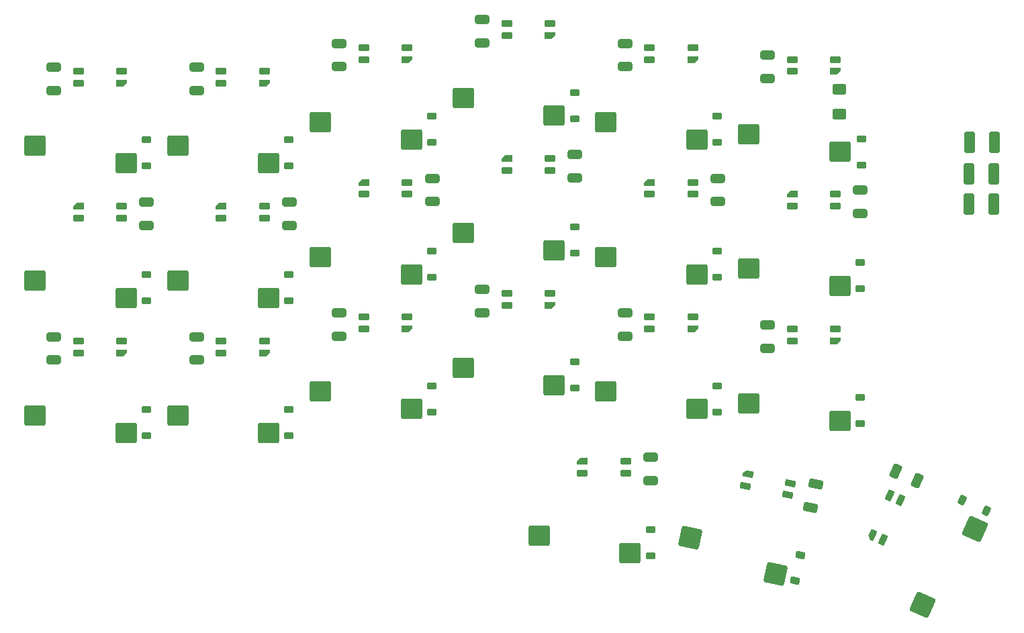
<source format=gbp>
%TF.GenerationSoftware,KiCad,Pcbnew,9.0.5*%
%TF.CreationDate,2025-11-02T20:14:42+07:00*%
%TF.ProjectId,moon_knight_v1,6d6f6f6e-5f6b-46e6-9967-68745f76312e,rev?*%
%TF.SameCoordinates,Original*%
%TF.FileFunction,Paste,Bot*%
%TF.FilePolarity,Positive*%
%FSLAX46Y46*%
G04 Gerber Fmt 4.6, Leading zero omitted, Abs format (unit mm)*
G04 Created by KiCad (PCBNEW 9.0.5) date 2025-11-02 20:14:42*
%MOMM*%
%LPD*%
G01*
G04 APERTURE LIST*
G04 Aperture macros list*
%AMRoundRect*
0 Rectangle with rounded corners*
0 $1 Rounding radius*
0 $2 $3 $4 $5 $6 $7 $8 $9 X,Y pos of 4 corners*
0 Add a 4 corners polygon primitive as box body*
4,1,4,$2,$3,$4,$5,$6,$7,$8,$9,$2,$3,0*
0 Add four circle primitives for the rounded corners*
1,1,$1+$1,$2,$3*
1,1,$1+$1,$4,$5*
1,1,$1+$1,$6,$7*
1,1,$1+$1,$8,$9*
0 Add four rect primitives between the rounded corners*
20,1,$1+$1,$2,$3,$4,$5,0*
20,1,$1+$1,$4,$5,$6,$7,0*
20,1,$1+$1,$6,$7,$8,$9,0*
20,1,$1+$1,$8,$9,$2,$3,0*%
%AMFreePoly0*
4,1,18,-0.410000,0.593000,-0.403758,0.624380,-0.385983,0.650983,-0.359380,0.668758,-0.328000,0.675000,0.328000,0.675000,0.359380,0.668758,0.385983,0.650983,0.403758,0.624380,0.410000,0.593000,0.410000,-0.593000,0.403758,-0.624380,0.385983,-0.650983,0.359380,-0.668758,0.328000,-0.675000,0.000000,-0.675000,-0.410000,-0.265000,-0.410000,0.593000,-0.410000,0.593000,$1*%
G04 Aperture macros list end*
%ADD10RoundRect,0.250000X-0.650000X0.325000X-0.650000X-0.325000X0.650000X-0.325000X0.650000X0.325000X0*%
%ADD11RoundRect,0.225000X-0.375000X0.225000X-0.375000X-0.225000X0.375000X-0.225000X0.375000X0.225000X0*%
%ADD12RoundRect,0.260000X1.065000X1.040000X-1.065000X1.040000X-1.065000X-1.040000X1.065000X-1.040000X0*%
%ADD13RoundRect,0.225000X-0.358074X-0.251064X0.053021X-0.434095X0.358074X0.251064X-0.053021X0.434095X0*%
%ADD14RoundRect,0.260000X1.257955X0.795848X-0.825499X1.238699X-1.257955X-0.795848X0.825499X-1.238699X0*%
%ADD15RoundRect,0.082000X-0.593000X0.328000X-0.593000X-0.328000X0.593000X-0.328000X0.593000X0.328000X0*%
%ADD16FreePoly0,270.000000*%
%ADD17RoundRect,0.082000X0.593000X-0.328000X0.593000X0.328000X-0.593000X0.328000X-0.593000X-0.328000X0*%
%ADD18FreePoly0,90.000000*%
%ADD19RoundRect,0.082000X-0.511846X0.444124X-0.648237X-0.197541X0.511846X-0.444124X0.648237X0.197541X0*%
%ADD20FreePoly0,258.000000*%
%ADD21RoundRect,0.250000X-0.568225X0.453041X-0.703367X-0.182755X0.568225X-0.453041X0.703367X0.182755X0*%
%ADD22RoundRect,0.250000X0.412500X1.100000X-0.412500X1.100000X-0.412500X-1.100000X0.412500X-1.100000X0*%
%ADD23RoundRect,0.250000X0.625000X-0.400000X0.625000X0.400000X-0.625000X0.400000X-0.625000X-0.400000X0*%
%ADD24RoundRect,0.082000X-0.540838X-0.408323X0.058448X-0.675142X0.540838X0.408323X-0.058448X0.675142X0*%
%ADD25FreePoly0,336.000000*%
%ADD26RoundRect,0.250000X-0.561281X-0.461615X0.032523X-0.725994X0.561281X0.461615X-0.032523X0.725994X0*%
%ADD27RoundRect,0.260000X-0.516913X1.395932X-1.383262X-0.549920X0.516913X-1.395932X1.383262X0.549920X0*%
%ADD28RoundRect,0.225000X-0.320025X0.298050X-0.413585X-0.142116X0.320025X-0.298050X0.413585X0.142116X0*%
G04 APERTURE END LIST*
D10*
%TO.C,C4*%
X56521190Y-44640000D03*
X56521190Y-47590000D03*
%TD*%
D11*
%TO.C,D14*%
X104181190Y-87815000D03*
X104181190Y-91115000D03*
%TD*%
%TO.C,D1*%
X122371190Y-56715000D03*
X122371190Y-60015000D03*
%TD*%
D12*
%TO.C,CH3*%
X72136190Y-51565000D03*
X83626190Y-53765000D03*
%TD*%
D13*
%TO.C,D21*%
X135078078Y-102272267D03*
X138092778Y-103614497D03*
%TD*%
D11*
%TO.C,D17*%
X50181190Y-90815000D03*
X50181190Y-94115000D03*
%TD*%
D10*
%TO.C,C13*%
X110521190Y-80140000D03*
X110521190Y-83090000D03*
%TD*%
%TO.C,C6*%
X20521190Y-47640000D03*
X20521190Y-50590000D03*
%TD*%
%TO.C,C11*%
X104231190Y-61650000D03*
X104231190Y-64600000D03*
%TD*%
D11*
%TO.C,D6*%
X32181190Y-56815000D03*
X32181190Y-60115000D03*
%TD*%
D12*
%TO.C,CH4*%
X54136190Y-54565000D03*
X65626190Y-56765000D03*
%TD*%
%TO.C,CH1*%
X108136190Y-56065000D03*
X119626190Y-58265000D03*
%TD*%
D10*
%TO.C,C17*%
X38521190Y-81640000D03*
X38521190Y-84590000D03*
%TD*%
%TO.C,C1*%
X110521190Y-46140000D03*
X110521190Y-49090000D03*
%TD*%
D11*
%TO.C,D5*%
X50181190Y-56815000D03*
X50181190Y-60115000D03*
%TD*%
D14*
%TO.C,CH20*%
X100743360Y-107023794D03*
X111524870Y-111564624D03*
%TD*%
D15*
%TO.C,LED12*%
X119071190Y-65175000D03*
X119071190Y-63675000D03*
X113621190Y-65175000D03*
D16*
X113621190Y-63675000D03*
%TD*%
D12*
%TO.C,CH6*%
X18136190Y-57565000D03*
X29626190Y-59765000D03*
%TD*%
D17*
%TO.C,LED6*%
X23621190Y-48175000D03*
X23621190Y-49675000D03*
X29071190Y-48175000D03*
D18*
X29071190Y-49675000D03*
%TD*%
D11*
%TO.C,D18*%
X32181190Y-90815000D03*
X32181190Y-94115000D03*
%TD*%
D19*
%TO.C,LED20*%
X113079828Y-101579725D03*
X113391696Y-100112504D03*
X107748924Y-100446606D03*
D20*
X108060792Y-98979385D03*
%TD*%
D11*
%TO.C,D16*%
X68181190Y-87815000D03*
X68181190Y-91115000D03*
%TD*%
%TO.C,D3*%
X86181190Y-50815000D03*
X86181190Y-54115000D03*
%TD*%
D10*
%TO.C,C10*%
X86231190Y-58650000D03*
X86231190Y-61600000D03*
%TD*%
D11*
%TO.C,D10*%
X86181190Y-67815000D03*
X86181190Y-71115000D03*
%TD*%
D12*
%TO.C,CH17*%
X36136190Y-91565000D03*
X47626190Y-93765000D03*
%TD*%
%TO.C,CH2*%
X90136190Y-54565000D03*
X101626190Y-56765000D03*
%TD*%
D17*
%TO.C,LED5*%
X41621190Y-48175000D03*
X41621190Y-49675000D03*
X47071190Y-48175000D03*
D18*
X47071190Y-49675000D03*
%TD*%
D10*
%TO.C,C15*%
X74521190Y-75640000D03*
X74521190Y-78590000D03*
%TD*%
D11*
%TO.C,D9*%
X68181190Y-70815000D03*
X68181190Y-74115000D03*
%TD*%
D21*
%TO.C,C20*%
X116567860Y-100252232D03*
X115954520Y-103137768D03*
%TD*%
D10*
%TO.C,C8*%
X50221190Y-64640000D03*
X50221190Y-67590000D03*
%TD*%
D17*
%TO.C,LED13*%
X113621190Y-80675000D03*
X113621190Y-82175000D03*
X119071190Y-80675000D03*
D18*
X119071190Y-82175000D03*
%TD*%
D22*
%TO.C,C24*%
X139043690Y-64925000D03*
X135918690Y-64925000D03*
%TD*%
%TO.C,C23*%
X139073690Y-61085000D03*
X135948690Y-61085000D03*
%TD*%
D11*
%TO.C,D4*%
X68181190Y-53815000D03*
X68181190Y-57115000D03*
%TD*%
D12*
%TO.C,CH14*%
X90136190Y-88565000D03*
X101626190Y-90765000D03*
%TD*%
D10*
%TO.C,C5*%
X38521190Y-47640000D03*
X38521190Y-50590000D03*
%TD*%
D12*
%TO.C,CH12*%
X108136190Y-73065000D03*
X119626190Y-75265000D03*
%TD*%
D17*
%TO.C,LED2*%
X95621190Y-45175000D03*
X95621190Y-46675000D03*
X101071190Y-45175000D03*
D18*
X101071190Y-46675000D03*
%TD*%
D11*
%TO.C,D12*%
X122181190Y-72315000D03*
X122181190Y-75615000D03*
%TD*%
D17*
%TO.C,LED14*%
X95621190Y-79175000D03*
X95621190Y-80675000D03*
X101071190Y-79175000D03*
D18*
X101071190Y-80675000D03*
%TD*%
D12*
%TO.C,CH18*%
X18136190Y-91565000D03*
X29626190Y-93765000D03*
%TD*%
%TO.C,CH10*%
X72136190Y-68565000D03*
X83626190Y-70765000D03*
%TD*%
D23*
%TO.C,R3*%
X119531190Y-53565000D03*
X119531190Y-50465000D03*
%TD*%
D11*
%TO.C,D2*%
X104181190Y-53815000D03*
X104181190Y-57115000D03*
%TD*%
D17*
%TO.C,LED15*%
X77621190Y-76175000D03*
X77621190Y-77675000D03*
X83071190Y-76175000D03*
D18*
X83071190Y-77675000D03*
%TD*%
D11*
%TO.C,D15*%
X86181190Y-84815000D03*
X86181190Y-88115000D03*
%TD*%
D15*
%TO.C,LED9*%
X65071190Y-63675000D03*
X65071190Y-62175000D03*
X59621190Y-63675000D03*
D16*
X59621190Y-62175000D03*
%TD*%
D10*
%TO.C,C18*%
X20521190Y-81640000D03*
X20521190Y-84590000D03*
%TD*%
%TO.C,C9*%
X68221190Y-61660000D03*
X68221190Y-64610000D03*
%TD*%
D15*
%TO.C,LED10*%
X83071190Y-60675000D03*
X83071190Y-59175000D03*
X77621190Y-60675000D03*
D16*
X77621190Y-59175000D03*
%TD*%
D17*
%TO.C,LED3*%
X77621190Y-42175000D03*
X77621190Y-43675000D03*
X83071190Y-42175000D03*
D18*
X83071190Y-43675000D03*
%TD*%
D10*
%TO.C,C2*%
X92521190Y-44640000D03*
X92521190Y-47590000D03*
%TD*%
D11*
%TO.C,D13*%
X122181190Y-89315000D03*
X122181190Y-92615000D03*
%TD*%
D10*
%TO.C,C19*%
X95771190Y-96850000D03*
X95771190Y-99800000D03*
%TD*%
D15*
%TO.C,LED7*%
X29071190Y-66675000D03*
X29071190Y-65175000D03*
X23621190Y-66675000D03*
D16*
X23621190Y-65175000D03*
%TD*%
D22*
%TO.C,C22*%
X139153690Y-57125000D03*
X136028690Y-57125000D03*
%TD*%
D11*
%TO.C,D19*%
X95781190Y-106015000D03*
X95781190Y-109315000D03*
%TD*%
D15*
%TO.C,LED8*%
X47071190Y-66675000D03*
X47071190Y-65175000D03*
X41621190Y-66675000D03*
D16*
X41621190Y-65175000D03*
%TD*%
D10*
%TO.C,C16*%
X56521190Y-78640000D03*
X56521190Y-81590000D03*
%TD*%
D15*
%TO.C,LED11*%
X101071190Y-63675000D03*
X101071190Y-62175000D03*
X95621190Y-63675000D03*
D16*
X95621190Y-62175000D03*
%TD*%
D24*
%TO.C,LED21*%
X127270074Y-102254971D03*
X125899756Y-101644866D03*
X125053360Y-107233794D03*
D25*
X123683042Y-106623689D03*
%TD*%
D10*
%TO.C,C14*%
X92521190Y-78640000D03*
X92521190Y-81590000D03*
%TD*%
D12*
%TO.C,CH19*%
X81686190Y-106765000D03*
X93176190Y-108965000D03*
%TD*%
D26*
%TO.C,C21*%
X126713710Y-98585063D03*
X129408670Y-99784937D03*
%TD*%
D11*
%TO.C,D11*%
X104181190Y-70815000D03*
X104181190Y-74115000D03*
%TD*%
D12*
%TO.C,CH11*%
X90136190Y-71565000D03*
X101626190Y-73765000D03*
%TD*%
D17*
%TO.C,LED1*%
X113621190Y-46675000D03*
X113621190Y-48175000D03*
X119071190Y-46675000D03*
D18*
X119071190Y-48175000D03*
%TD*%
D27*
%TO.C,CH21*%
X130030285Y-115453743D03*
X136713489Y-105851926D03*
%TD*%
D12*
%TO.C,CH15*%
X72136190Y-85565000D03*
X83626190Y-87765000D03*
%TD*%
%TO.C,CH7*%
X18136190Y-74565000D03*
X29626190Y-76765000D03*
%TD*%
%TO.C,CH5*%
X36136190Y-57565000D03*
X47626190Y-59765000D03*
%TD*%
D17*
%TO.C,LED17*%
X41621190Y-82175000D03*
X41621190Y-83675000D03*
X47071190Y-82175000D03*
D18*
X47071190Y-83675000D03*
%TD*%
D17*
%TO.C,LED4*%
X59621190Y-45175000D03*
X59621190Y-46675000D03*
X65071190Y-45175000D03*
D18*
X65071190Y-46675000D03*
%TD*%
D11*
%TO.C,D7*%
X32181190Y-73815000D03*
X32181190Y-77115000D03*
%TD*%
D12*
%TO.C,CH16*%
X54136190Y-88565000D03*
X65626190Y-90765000D03*
%TD*%
D10*
%TO.C,C7*%
X32231190Y-64660000D03*
X32231190Y-67610000D03*
%TD*%
D12*
%TO.C,CH8*%
X36136190Y-74565000D03*
X47626190Y-76765000D03*
%TD*%
D10*
%TO.C,C3*%
X74521190Y-41640000D03*
X74521190Y-44590000D03*
%TD*%
D17*
%TO.C,LED18*%
X23621190Y-82175000D03*
X23621190Y-83675000D03*
X29071190Y-82175000D03*
D18*
X29071190Y-83675000D03*
%TD*%
D28*
%TO.C,D20*%
X114686284Y-109220699D03*
X114000176Y-112448587D03*
%TD*%
D12*
%TO.C,CH9*%
X54136190Y-71565000D03*
X65626190Y-73765000D03*
%TD*%
D17*
%TO.C,LED16*%
X59621190Y-79175000D03*
X59621190Y-80675000D03*
X65071190Y-79175000D03*
D18*
X65071190Y-80675000D03*
%TD*%
D12*
%TO.C,CH13*%
X108136190Y-90065000D03*
X119626190Y-92265000D03*
%TD*%
D11*
%TO.C,D8*%
X50181190Y-73815000D03*
X50181190Y-77115000D03*
%TD*%
D10*
%TO.C,C12*%
X122221190Y-63155000D03*
X122221190Y-66105000D03*
%TD*%
D15*
%TO.C,LED19*%
X92621190Y-98875000D03*
X92621190Y-97375000D03*
X87171190Y-98875000D03*
D16*
X87171190Y-97375000D03*
%TD*%
M02*

</source>
